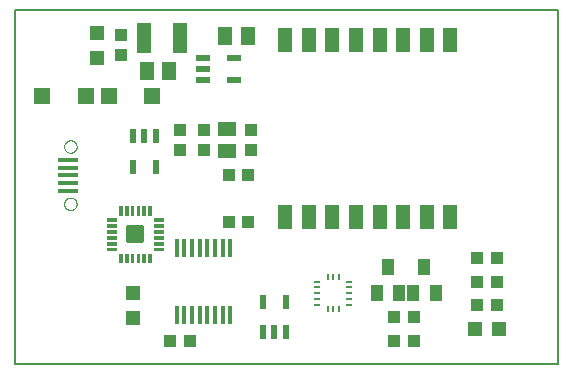
<source format=gtp>
G75*
%MOIN*%
%OFA0B0*%
%FSLAX25Y25*%
%IPPOS*%
%LPD*%
%AMOC8*
5,1,8,0,0,1.08239X$1,22.5*
%
%ADD10C,0.00600*%
%ADD11R,0.05906X0.05118*%
%ADD12R,0.05118X0.05906*%
%ADD13R,0.05512X0.05512*%
%ADD14C,0.00236*%
%ADD15C,0.01181*%
%ADD16R,0.02165X0.04724*%
%ADD17R,0.04724X0.04724*%
%ADD18R,0.03937X0.04331*%
%ADD19R,0.04331X0.03937*%
%ADD20R,0.03937X0.05512*%
%ADD21R,0.01969X0.00984*%
%ADD22R,0.00984X0.01969*%
%ADD23R,0.04724X0.02165*%
%ADD24R,0.04724X0.07874*%
%ADD25R,0.02362X0.04724*%
%ADD26R,0.01378X0.06299*%
%ADD27R,0.06890X0.01575*%
%ADD28C,0.00000*%
%ADD29R,0.03937X0.03937*%
%ADD30R,0.05000X0.10000*%
D10*
X0021728Y0020744D02*
X0202831Y0020744D01*
X0202831Y0138854D01*
X0021728Y0138854D01*
X0021728Y0020744D01*
D11*
X0092594Y0091807D03*
X0092594Y0099287D03*
D12*
X0073264Y0118382D03*
X0065783Y0118382D03*
X0091965Y0130193D03*
X0099445Y0130193D03*
D13*
X0067673Y0110193D03*
X0053106Y0110193D03*
X0045429Y0110193D03*
X0030862Y0110193D03*
D14*
X0057437Y0073382D02*
X0057437Y0070468D01*
X0056493Y0070468D01*
X0056493Y0073382D01*
X0057437Y0073382D01*
X0057437Y0070703D02*
X0056493Y0070703D01*
X0056493Y0070938D02*
X0057437Y0070938D01*
X0057437Y0071173D02*
X0056493Y0071173D01*
X0056493Y0071408D02*
X0057437Y0071408D01*
X0057437Y0071643D02*
X0056493Y0071643D01*
X0056493Y0071878D02*
X0057437Y0071878D01*
X0057437Y0072113D02*
X0056493Y0072113D01*
X0056493Y0072348D02*
X0057437Y0072348D01*
X0057437Y0072583D02*
X0056493Y0072583D01*
X0056493Y0072818D02*
X0057437Y0072818D01*
X0057437Y0073053D02*
X0056493Y0073053D01*
X0056493Y0073288D02*
X0057437Y0073288D01*
X0059405Y0073382D02*
X0059405Y0070468D01*
X0058461Y0070468D01*
X0058461Y0073382D01*
X0059405Y0073382D01*
X0059405Y0070703D02*
X0058461Y0070703D01*
X0058461Y0070938D02*
X0059405Y0070938D01*
X0059405Y0071173D02*
X0058461Y0071173D01*
X0058461Y0071408D02*
X0059405Y0071408D01*
X0059405Y0071643D02*
X0058461Y0071643D01*
X0058461Y0071878D02*
X0059405Y0071878D01*
X0059405Y0072113D02*
X0058461Y0072113D01*
X0058461Y0072348D02*
X0059405Y0072348D01*
X0059405Y0072583D02*
X0058461Y0072583D01*
X0058461Y0072818D02*
X0059405Y0072818D01*
X0059405Y0073053D02*
X0058461Y0073053D01*
X0058461Y0073288D02*
X0059405Y0073288D01*
X0061374Y0073382D02*
X0061374Y0070468D01*
X0060430Y0070468D01*
X0060430Y0073382D01*
X0061374Y0073382D01*
X0061374Y0070703D02*
X0060430Y0070703D01*
X0060430Y0070938D02*
X0061374Y0070938D01*
X0061374Y0071173D02*
X0060430Y0071173D01*
X0060430Y0071408D02*
X0061374Y0071408D01*
X0061374Y0071643D02*
X0060430Y0071643D01*
X0060430Y0071878D02*
X0061374Y0071878D01*
X0061374Y0072113D02*
X0060430Y0072113D01*
X0060430Y0072348D02*
X0061374Y0072348D01*
X0061374Y0072583D02*
X0060430Y0072583D01*
X0060430Y0072818D02*
X0061374Y0072818D01*
X0061374Y0073053D02*
X0060430Y0073053D01*
X0060430Y0073288D02*
X0061374Y0073288D01*
X0063342Y0073382D02*
X0063342Y0070468D01*
X0062398Y0070468D01*
X0062398Y0073382D01*
X0063342Y0073382D01*
X0063342Y0070703D02*
X0062398Y0070703D01*
X0062398Y0070938D02*
X0063342Y0070938D01*
X0063342Y0071173D02*
X0062398Y0071173D01*
X0062398Y0071408D02*
X0063342Y0071408D01*
X0063342Y0071643D02*
X0062398Y0071643D01*
X0062398Y0071878D02*
X0063342Y0071878D01*
X0063342Y0072113D02*
X0062398Y0072113D01*
X0062398Y0072348D02*
X0063342Y0072348D01*
X0063342Y0072583D02*
X0062398Y0072583D01*
X0062398Y0072818D02*
X0063342Y0072818D01*
X0063342Y0073053D02*
X0062398Y0073053D01*
X0062398Y0073288D02*
X0063342Y0073288D01*
X0065311Y0073382D02*
X0065311Y0070468D01*
X0064367Y0070468D01*
X0064367Y0073382D01*
X0065311Y0073382D01*
X0065311Y0070703D02*
X0064367Y0070703D01*
X0064367Y0070938D02*
X0065311Y0070938D01*
X0065311Y0071173D02*
X0064367Y0071173D01*
X0064367Y0071408D02*
X0065311Y0071408D01*
X0065311Y0071643D02*
X0064367Y0071643D01*
X0064367Y0071878D02*
X0065311Y0071878D01*
X0065311Y0072113D02*
X0064367Y0072113D01*
X0064367Y0072348D02*
X0065311Y0072348D01*
X0065311Y0072583D02*
X0064367Y0072583D01*
X0064367Y0072818D02*
X0065311Y0072818D01*
X0065311Y0073053D02*
X0064367Y0073053D01*
X0064367Y0073288D02*
X0065311Y0073288D01*
X0067279Y0073382D02*
X0067279Y0070468D01*
X0066335Y0070468D01*
X0066335Y0073382D01*
X0067279Y0073382D01*
X0067279Y0070703D02*
X0066335Y0070703D01*
X0066335Y0070938D02*
X0067279Y0070938D01*
X0067279Y0071173D02*
X0066335Y0071173D01*
X0066335Y0071408D02*
X0067279Y0071408D01*
X0067279Y0071643D02*
X0066335Y0071643D01*
X0066335Y0071878D02*
X0067279Y0071878D01*
X0067279Y0072113D02*
X0066335Y0072113D01*
X0066335Y0072348D02*
X0067279Y0072348D01*
X0067279Y0072583D02*
X0066335Y0072583D01*
X0066335Y0072818D02*
X0067279Y0072818D01*
X0067279Y0073053D02*
X0066335Y0073053D01*
X0066335Y0073288D02*
X0067279Y0073288D01*
X0068303Y0069444D02*
X0071217Y0069444D01*
X0071217Y0068500D01*
X0068303Y0068500D01*
X0068303Y0069444D01*
X0068303Y0068735D02*
X0071217Y0068735D01*
X0071217Y0068970D02*
X0068303Y0068970D01*
X0068303Y0069205D02*
X0071217Y0069205D01*
X0071217Y0069440D02*
X0068303Y0069440D01*
X0068303Y0067476D02*
X0071217Y0067476D01*
X0071217Y0066532D01*
X0068303Y0066532D01*
X0068303Y0067476D01*
X0068303Y0066767D02*
X0071217Y0066767D01*
X0071217Y0067002D02*
X0068303Y0067002D01*
X0068303Y0067237D02*
X0071217Y0067237D01*
X0071217Y0067472D02*
X0068303Y0067472D01*
X0068303Y0065507D02*
X0071217Y0065507D01*
X0071217Y0064563D01*
X0068303Y0064563D01*
X0068303Y0065507D01*
X0068303Y0064798D02*
X0071217Y0064798D01*
X0071217Y0065033D02*
X0068303Y0065033D01*
X0068303Y0065268D02*
X0071217Y0065268D01*
X0071217Y0065503D02*
X0068303Y0065503D01*
X0068303Y0063539D02*
X0071217Y0063539D01*
X0071217Y0062595D01*
X0068303Y0062595D01*
X0068303Y0063539D01*
X0068303Y0062830D02*
X0071217Y0062830D01*
X0071217Y0063065D02*
X0068303Y0063065D01*
X0068303Y0063300D02*
X0071217Y0063300D01*
X0071217Y0063535D02*
X0068303Y0063535D01*
X0068303Y0061570D02*
X0071217Y0061570D01*
X0071217Y0060626D01*
X0068303Y0060626D01*
X0068303Y0061570D01*
X0068303Y0060861D02*
X0071217Y0060861D01*
X0071217Y0061096D02*
X0068303Y0061096D01*
X0068303Y0061331D02*
X0071217Y0061331D01*
X0071217Y0061566D02*
X0068303Y0061566D01*
X0068303Y0059602D02*
X0071217Y0059602D01*
X0071217Y0058658D01*
X0068303Y0058658D01*
X0068303Y0059602D01*
X0068303Y0058893D02*
X0071217Y0058893D01*
X0071217Y0059128D02*
X0068303Y0059128D01*
X0068303Y0059363D02*
X0071217Y0059363D01*
X0071217Y0059598D02*
X0068303Y0059598D01*
X0066335Y0057634D02*
X0066335Y0054720D01*
X0066335Y0057634D02*
X0067279Y0057634D01*
X0067279Y0054720D01*
X0066335Y0054720D01*
X0066335Y0054955D02*
X0067279Y0054955D01*
X0067279Y0055190D02*
X0066335Y0055190D01*
X0066335Y0055425D02*
X0067279Y0055425D01*
X0067279Y0055660D02*
X0066335Y0055660D01*
X0066335Y0055895D02*
X0067279Y0055895D01*
X0067279Y0056130D02*
X0066335Y0056130D01*
X0066335Y0056365D02*
X0067279Y0056365D01*
X0067279Y0056600D02*
X0066335Y0056600D01*
X0066335Y0056835D02*
X0067279Y0056835D01*
X0067279Y0057070D02*
X0066335Y0057070D01*
X0066335Y0057305D02*
X0067279Y0057305D01*
X0067279Y0057540D02*
X0066335Y0057540D01*
X0064367Y0057634D02*
X0064367Y0054720D01*
X0064367Y0057634D02*
X0065311Y0057634D01*
X0065311Y0054720D01*
X0064367Y0054720D01*
X0064367Y0054955D02*
X0065311Y0054955D01*
X0065311Y0055190D02*
X0064367Y0055190D01*
X0064367Y0055425D02*
X0065311Y0055425D01*
X0065311Y0055660D02*
X0064367Y0055660D01*
X0064367Y0055895D02*
X0065311Y0055895D01*
X0065311Y0056130D02*
X0064367Y0056130D01*
X0064367Y0056365D02*
X0065311Y0056365D01*
X0065311Y0056600D02*
X0064367Y0056600D01*
X0064367Y0056835D02*
X0065311Y0056835D01*
X0065311Y0057070D02*
X0064367Y0057070D01*
X0064367Y0057305D02*
X0065311Y0057305D01*
X0065311Y0057540D02*
X0064367Y0057540D01*
X0062398Y0057634D02*
X0062398Y0054720D01*
X0062398Y0057634D02*
X0063342Y0057634D01*
X0063342Y0054720D01*
X0062398Y0054720D01*
X0062398Y0054955D02*
X0063342Y0054955D01*
X0063342Y0055190D02*
X0062398Y0055190D01*
X0062398Y0055425D02*
X0063342Y0055425D01*
X0063342Y0055660D02*
X0062398Y0055660D01*
X0062398Y0055895D02*
X0063342Y0055895D01*
X0063342Y0056130D02*
X0062398Y0056130D01*
X0062398Y0056365D02*
X0063342Y0056365D01*
X0063342Y0056600D02*
X0062398Y0056600D01*
X0062398Y0056835D02*
X0063342Y0056835D01*
X0063342Y0057070D02*
X0062398Y0057070D01*
X0062398Y0057305D02*
X0063342Y0057305D01*
X0063342Y0057540D02*
X0062398Y0057540D01*
X0060430Y0057634D02*
X0060430Y0054720D01*
X0060430Y0057634D02*
X0061374Y0057634D01*
X0061374Y0054720D01*
X0060430Y0054720D01*
X0060430Y0054955D02*
X0061374Y0054955D01*
X0061374Y0055190D02*
X0060430Y0055190D01*
X0060430Y0055425D02*
X0061374Y0055425D01*
X0061374Y0055660D02*
X0060430Y0055660D01*
X0060430Y0055895D02*
X0061374Y0055895D01*
X0061374Y0056130D02*
X0060430Y0056130D01*
X0060430Y0056365D02*
X0061374Y0056365D01*
X0061374Y0056600D02*
X0060430Y0056600D01*
X0060430Y0056835D02*
X0061374Y0056835D01*
X0061374Y0057070D02*
X0060430Y0057070D01*
X0060430Y0057305D02*
X0061374Y0057305D01*
X0061374Y0057540D02*
X0060430Y0057540D01*
X0058461Y0057634D02*
X0058461Y0054720D01*
X0058461Y0057634D02*
X0059405Y0057634D01*
X0059405Y0054720D01*
X0058461Y0054720D01*
X0058461Y0054955D02*
X0059405Y0054955D01*
X0059405Y0055190D02*
X0058461Y0055190D01*
X0058461Y0055425D02*
X0059405Y0055425D01*
X0059405Y0055660D02*
X0058461Y0055660D01*
X0058461Y0055895D02*
X0059405Y0055895D01*
X0059405Y0056130D02*
X0058461Y0056130D01*
X0058461Y0056365D02*
X0059405Y0056365D01*
X0059405Y0056600D02*
X0058461Y0056600D01*
X0058461Y0056835D02*
X0059405Y0056835D01*
X0059405Y0057070D02*
X0058461Y0057070D01*
X0058461Y0057305D02*
X0059405Y0057305D01*
X0059405Y0057540D02*
X0058461Y0057540D01*
X0056493Y0057634D02*
X0056493Y0054720D01*
X0056493Y0057634D02*
X0057437Y0057634D01*
X0057437Y0054720D01*
X0056493Y0054720D01*
X0056493Y0054955D02*
X0057437Y0054955D01*
X0057437Y0055190D02*
X0056493Y0055190D01*
X0056493Y0055425D02*
X0057437Y0055425D01*
X0057437Y0055660D02*
X0056493Y0055660D01*
X0056493Y0055895D02*
X0057437Y0055895D01*
X0057437Y0056130D02*
X0056493Y0056130D01*
X0056493Y0056365D02*
X0057437Y0056365D01*
X0057437Y0056600D02*
X0056493Y0056600D01*
X0056493Y0056835D02*
X0057437Y0056835D01*
X0057437Y0057070D02*
X0056493Y0057070D01*
X0056493Y0057305D02*
X0057437Y0057305D01*
X0057437Y0057540D02*
X0056493Y0057540D01*
X0055469Y0058658D02*
X0052555Y0058658D01*
X0052555Y0059602D01*
X0055469Y0059602D01*
X0055469Y0058658D01*
X0055469Y0058893D02*
X0052555Y0058893D01*
X0052555Y0059128D02*
X0055469Y0059128D01*
X0055469Y0059363D02*
X0052555Y0059363D01*
X0052555Y0059598D02*
X0055469Y0059598D01*
X0055469Y0060626D02*
X0052555Y0060626D01*
X0052555Y0061570D01*
X0055469Y0061570D01*
X0055469Y0060626D01*
X0055469Y0060861D02*
X0052555Y0060861D01*
X0052555Y0061096D02*
X0055469Y0061096D01*
X0055469Y0061331D02*
X0052555Y0061331D01*
X0052555Y0061566D02*
X0055469Y0061566D01*
X0055469Y0062595D02*
X0052555Y0062595D01*
X0052555Y0063539D01*
X0055469Y0063539D01*
X0055469Y0062595D01*
X0055469Y0062830D02*
X0052555Y0062830D01*
X0052555Y0063065D02*
X0055469Y0063065D01*
X0055469Y0063300D02*
X0052555Y0063300D01*
X0052555Y0063535D02*
X0055469Y0063535D01*
X0055469Y0064563D02*
X0052555Y0064563D01*
X0052555Y0065507D01*
X0055469Y0065507D01*
X0055469Y0064563D01*
X0055469Y0064798D02*
X0052555Y0064798D01*
X0052555Y0065033D02*
X0055469Y0065033D01*
X0055469Y0065268D02*
X0052555Y0065268D01*
X0052555Y0065503D02*
X0055469Y0065503D01*
X0055469Y0066532D02*
X0052555Y0066532D01*
X0052555Y0067476D01*
X0055469Y0067476D01*
X0055469Y0066532D01*
X0055469Y0066767D02*
X0052555Y0066767D01*
X0052555Y0067002D02*
X0055469Y0067002D01*
X0055469Y0067237D02*
X0052555Y0067237D01*
X0052555Y0067472D02*
X0055469Y0067472D01*
X0055469Y0068500D02*
X0052555Y0068500D01*
X0052555Y0069444D01*
X0055469Y0069444D01*
X0055469Y0068500D01*
X0055469Y0068735D02*
X0052555Y0068735D01*
X0052555Y0068970D02*
X0055469Y0068970D01*
X0055469Y0069205D02*
X0052555Y0069205D01*
X0052555Y0069440D02*
X0055469Y0069440D01*
D15*
X0059523Y0066414D02*
X0059523Y0061688D01*
X0059523Y0066414D02*
X0064249Y0066414D01*
X0064249Y0061688D01*
X0059523Y0061688D01*
X0059523Y0062868D02*
X0064249Y0062868D01*
X0064249Y0064048D02*
X0059523Y0064048D01*
X0059523Y0065228D02*
X0064249Y0065228D01*
X0064249Y0066408D02*
X0059523Y0066408D01*
D16*
X0061295Y0086492D03*
X0068776Y0086492D03*
X0068776Y0096728D03*
X0065035Y0096728D03*
X0061295Y0096728D03*
D17*
X0049287Y0122909D03*
X0049287Y0131177D03*
X0061098Y0044563D03*
X0061098Y0036295D03*
X0175075Y0032555D03*
X0183343Y0032555D03*
D18*
X0100469Y0092201D03*
X0100469Y0098894D03*
X0084720Y0098894D03*
X0076846Y0098894D03*
X0076846Y0092201D03*
X0084720Y0092201D03*
X0057161Y0123697D03*
X0057161Y0130390D03*
D19*
X0175862Y0056177D03*
X0182555Y0056177D03*
X0182555Y0048303D03*
X0175862Y0048303D03*
X0175862Y0040429D03*
X0182555Y0040429D03*
X0154996Y0036492D03*
X0148303Y0036492D03*
X0148303Y0028618D03*
X0154996Y0028618D03*
X0080193Y0028618D03*
X0073500Y0028618D03*
D20*
X0142516Y0044366D03*
X0149996Y0044366D03*
X0154642Y0044366D03*
X0162122Y0044366D03*
X0158382Y0053028D03*
X0146256Y0053028D03*
D21*
X0133343Y0048303D03*
X0133343Y0046335D03*
X0133343Y0044366D03*
X0133343Y0042398D03*
X0133343Y0040429D03*
X0122713Y0040429D03*
X0122713Y0042398D03*
X0122713Y0044366D03*
X0122713Y0046335D03*
X0122713Y0048303D03*
D22*
X0126059Y0049681D03*
X0128028Y0049681D03*
X0129996Y0049681D03*
X0129996Y0039051D03*
X0128028Y0039051D03*
X0126059Y0039051D03*
D23*
X0094760Y0115390D03*
X0094760Y0122870D03*
X0084523Y0122870D03*
X0084523Y0119130D03*
X0084523Y0115390D03*
D24*
X0111925Y0128894D03*
X0119799Y0128894D03*
X0127673Y0128894D03*
X0135547Y0128894D03*
X0143421Y0128894D03*
X0151295Y0128894D03*
X0159169Y0128894D03*
X0167043Y0128894D03*
X0167043Y0069839D03*
X0159169Y0069839D03*
X0151295Y0069839D03*
X0143421Y0069839D03*
X0135547Y0069839D03*
X0127673Y0069839D03*
X0119799Y0069839D03*
X0111925Y0069839D03*
D25*
X0112083Y0041634D03*
X0104602Y0041634D03*
X0104602Y0031350D03*
X0108343Y0031350D03*
X0112083Y0031350D03*
D26*
X0093677Y0037280D03*
X0091118Y0037280D03*
X0088559Y0037280D03*
X0086000Y0037280D03*
X0083441Y0037280D03*
X0080882Y0037280D03*
X0078323Y0037280D03*
X0075764Y0037280D03*
X0075764Y0059327D03*
X0078323Y0059327D03*
X0080882Y0059327D03*
X0083441Y0059327D03*
X0086000Y0059327D03*
X0088559Y0059327D03*
X0091118Y0059327D03*
X0093677Y0059327D03*
D27*
X0039543Y0078618D03*
X0039543Y0081177D03*
X0039543Y0083736D03*
X0039543Y0086295D03*
X0039543Y0088854D03*
D28*
X0038283Y0093283D02*
X0038285Y0093374D01*
X0038291Y0093464D01*
X0038301Y0093555D01*
X0038315Y0093644D01*
X0038333Y0093733D01*
X0038354Y0093822D01*
X0038380Y0093909D01*
X0038409Y0093995D01*
X0038443Y0094079D01*
X0038479Y0094162D01*
X0038520Y0094244D01*
X0038564Y0094323D01*
X0038611Y0094401D01*
X0038662Y0094476D01*
X0038716Y0094549D01*
X0038773Y0094619D01*
X0038833Y0094687D01*
X0038896Y0094753D01*
X0038962Y0094815D01*
X0039031Y0094874D01*
X0039102Y0094931D01*
X0039176Y0094984D01*
X0039252Y0095034D01*
X0039330Y0095081D01*
X0039410Y0095124D01*
X0039491Y0095163D01*
X0039575Y0095199D01*
X0039660Y0095231D01*
X0039746Y0095260D01*
X0039833Y0095284D01*
X0039922Y0095305D01*
X0040011Y0095322D01*
X0040101Y0095335D01*
X0040191Y0095344D01*
X0040282Y0095349D01*
X0040373Y0095350D01*
X0040463Y0095347D01*
X0040554Y0095340D01*
X0040644Y0095329D01*
X0040734Y0095314D01*
X0040823Y0095295D01*
X0040911Y0095273D01*
X0040997Y0095246D01*
X0041083Y0095216D01*
X0041167Y0095182D01*
X0041250Y0095144D01*
X0041331Y0095103D01*
X0041410Y0095058D01*
X0041487Y0095009D01*
X0041561Y0094958D01*
X0041634Y0094903D01*
X0041704Y0094845D01*
X0041771Y0094784D01*
X0041835Y0094720D01*
X0041897Y0094654D01*
X0041956Y0094584D01*
X0042011Y0094513D01*
X0042064Y0094438D01*
X0042113Y0094362D01*
X0042159Y0094284D01*
X0042201Y0094203D01*
X0042240Y0094121D01*
X0042275Y0094037D01*
X0042306Y0093952D01*
X0042333Y0093865D01*
X0042357Y0093778D01*
X0042377Y0093689D01*
X0042393Y0093600D01*
X0042405Y0093510D01*
X0042413Y0093419D01*
X0042417Y0093328D01*
X0042417Y0093238D01*
X0042413Y0093147D01*
X0042405Y0093056D01*
X0042393Y0092966D01*
X0042377Y0092877D01*
X0042357Y0092788D01*
X0042333Y0092701D01*
X0042306Y0092614D01*
X0042275Y0092529D01*
X0042240Y0092445D01*
X0042201Y0092363D01*
X0042159Y0092282D01*
X0042113Y0092204D01*
X0042064Y0092128D01*
X0042011Y0092053D01*
X0041956Y0091982D01*
X0041897Y0091912D01*
X0041835Y0091846D01*
X0041771Y0091782D01*
X0041704Y0091721D01*
X0041634Y0091663D01*
X0041561Y0091608D01*
X0041487Y0091557D01*
X0041410Y0091508D01*
X0041331Y0091463D01*
X0041250Y0091422D01*
X0041167Y0091384D01*
X0041083Y0091350D01*
X0040997Y0091320D01*
X0040911Y0091293D01*
X0040823Y0091271D01*
X0040734Y0091252D01*
X0040644Y0091237D01*
X0040554Y0091226D01*
X0040463Y0091219D01*
X0040373Y0091216D01*
X0040282Y0091217D01*
X0040191Y0091222D01*
X0040101Y0091231D01*
X0040011Y0091244D01*
X0039922Y0091261D01*
X0039833Y0091282D01*
X0039746Y0091306D01*
X0039660Y0091335D01*
X0039575Y0091367D01*
X0039491Y0091403D01*
X0039410Y0091442D01*
X0039330Y0091485D01*
X0039252Y0091532D01*
X0039176Y0091582D01*
X0039102Y0091635D01*
X0039031Y0091692D01*
X0038962Y0091751D01*
X0038896Y0091813D01*
X0038833Y0091879D01*
X0038773Y0091947D01*
X0038716Y0092017D01*
X0038662Y0092090D01*
X0038611Y0092165D01*
X0038564Y0092243D01*
X0038520Y0092322D01*
X0038479Y0092404D01*
X0038443Y0092487D01*
X0038409Y0092571D01*
X0038380Y0092657D01*
X0038354Y0092744D01*
X0038333Y0092833D01*
X0038315Y0092922D01*
X0038301Y0093011D01*
X0038291Y0093102D01*
X0038285Y0093192D01*
X0038283Y0093283D01*
X0038283Y0074189D02*
X0038285Y0074280D01*
X0038291Y0074370D01*
X0038301Y0074461D01*
X0038315Y0074550D01*
X0038333Y0074639D01*
X0038354Y0074728D01*
X0038380Y0074815D01*
X0038409Y0074901D01*
X0038443Y0074985D01*
X0038479Y0075068D01*
X0038520Y0075150D01*
X0038564Y0075229D01*
X0038611Y0075307D01*
X0038662Y0075382D01*
X0038716Y0075455D01*
X0038773Y0075525D01*
X0038833Y0075593D01*
X0038896Y0075659D01*
X0038962Y0075721D01*
X0039031Y0075780D01*
X0039102Y0075837D01*
X0039176Y0075890D01*
X0039252Y0075940D01*
X0039330Y0075987D01*
X0039410Y0076030D01*
X0039491Y0076069D01*
X0039575Y0076105D01*
X0039660Y0076137D01*
X0039746Y0076166D01*
X0039833Y0076190D01*
X0039922Y0076211D01*
X0040011Y0076228D01*
X0040101Y0076241D01*
X0040191Y0076250D01*
X0040282Y0076255D01*
X0040373Y0076256D01*
X0040463Y0076253D01*
X0040554Y0076246D01*
X0040644Y0076235D01*
X0040734Y0076220D01*
X0040823Y0076201D01*
X0040911Y0076179D01*
X0040997Y0076152D01*
X0041083Y0076122D01*
X0041167Y0076088D01*
X0041250Y0076050D01*
X0041331Y0076009D01*
X0041410Y0075964D01*
X0041487Y0075915D01*
X0041561Y0075864D01*
X0041634Y0075809D01*
X0041704Y0075751D01*
X0041771Y0075690D01*
X0041835Y0075626D01*
X0041897Y0075560D01*
X0041956Y0075490D01*
X0042011Y0075419D01*
X0042064Y0075344D01*
X0042113Y0075268D01*
X0042159Y0075190D01*
X0042201Y0075109D01*
X0042240Y0075027D01*
X0042275Y0074943D01*
X0042306Y0074858D01*
X0042333Y0074771D01*
X0042357Y0074684D01*
X0042377Y0074595D01*
X0042393Y0074506D01*
X0042405Y0074416D01*
X0042413Y0074325D01*
X0042417Y0074234D01*
X0042417Y0074144D01*
X0042413Y0074053D01*
X0042405Y0073962D01*
X0042393Y0073872D01*
X0042377Y0073783D01*
X0042357Y0073694D01*
X0042333Y0073607D01*
X0042306Y0073520D01*
X0042275Y0073435D01*
X0042240Y0073351D01*
X0042201Y0073269D01*
X0042159Y0073188D01*
X0042113Y0073110D01*
X0042064Y0073034D01*
X0042011Y0072959D01*
X0041956Y0072888D01*
X0041897Y0072818D01*
X0041835Y0072752D01*
X0041771Y0072688D01*
X0041704Y0072627D01*
X0041634Y0072569D01*
X0041561Y0072514D01*
X0041487Y0072463D01*
X0041410Y0072414D01*
X0041331Y0072369D01*
X0041250Y0072328D01*
X0041167Y0072290D01*
X0041083Y0072256D01*
X0040997Y0072226D01*
X0040911Y0072199D01*
X0040823Y0072177D01*
X0040734Y0072158D01*
X0040644Y0072143D01*
X0040554Y0072132D01*
X0040463Y0072125D01*
X0040373Y0072122D01*
X0040282Y0072123D01*
X0040191Y0072128D01*
X0040101Y0072137D01*
X0040011Y0072150D01*
X0039922Y0072167D01*
X0039833Y0072188D01*
X0039746Y0072212D01*
X0039660Y0072241D01*
X0039575Y0072273D01*
X0039491Y0072309D01*
X0039410Y0072348D01*
X0039330Y0072391D01*
X0039252Y0072438D01*
X0039176Y0072488D01*
X0039102Y0072541D01*
X0039031Y0072598D01*
X0038962Y0072657D01*
X0038896Y0072719D01*
X0038833Y0072785D01*
X0038773Y0072853D01*
X0038716Y0072923D01*
X0038662Y0072996D01*
X0038611Y0073071D01*
X0038564Y0073149D01*
X0038520Y0073228D01*
X0038479Y0073310D01*
X0038443Y0073393D01*
X0038409Y0073477D01*
X0038380Y0073563D01*
X0038354Y0073650D01*
X0038333Y0073739D01*
X0038315Y0073828D01*
X0038301Y0073917D01*
X0038291Y0074008D01*
X0038285Y0074098D01*
X0038283Y0074189D01*
D29*
X0093382Y0067988D03*
X0099681Y0067988D03*
X0099681Y0083736D03*
X0093382Y0083736D03*
D30*
X0076846Y0129406D03*
X0065035Y0129406D03*
M02*

</source>
